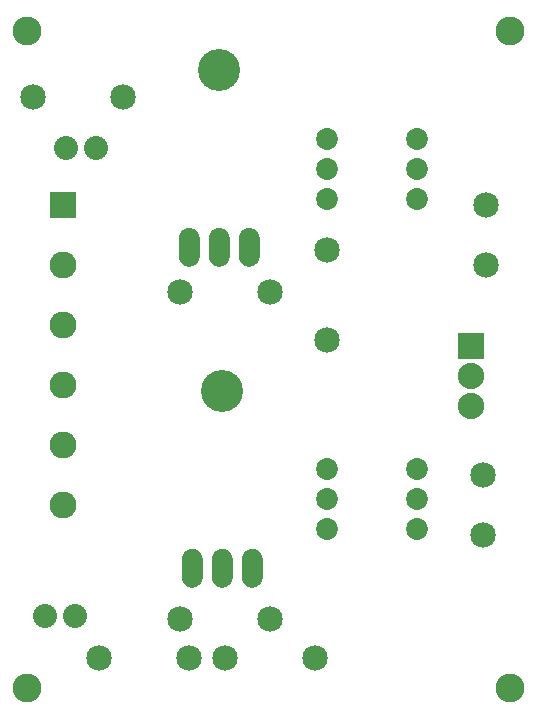
<source format=gts>
G04 MADE WITH FRITZING*
G04 WWW.FRITZING.ORG*
G04 DOUBLE SIDED*
G04 HOLES PLATED*
G04 CONTOUR ON CENTER OF CONTOUR VECTOR*
%ASAXBY*%
%FSLAX23Y23*%
%MOIN*%
%OFA0B0*%
%SFA1.0B1.0*%
%ADD10C,0.070000*%
%ADD11C,0.140000*%
%ADD12C,0.088000*%
%ADD13C,0.090000*%
%ADD14C,0.073000*%
%ADD15C,0.096614*%
%ADD16C,0.085000*%
%ADD17C,0.080000*%
%ADD18R,0.088000X0.088000*%
%ADD19R,0.090000X0.090000*%
%ADD20R,0.001000X0.001000*%
%LNMASK1*%
G90*
G70*
G54D10*
X636Y485D03*
X736Y485D03*
X836Y485D03*
G54D11*
X736Y1075D03*
G54D10*
X636Y485D03*
X736Y485D03*
X836Y485D03*
G54D11*
X736Y1075D03*
G54D10*
X626Y1555D03*
X726Y1555D03*
X826Y1555D03*
G54D11*
X726Y2145D03*
G54D10*
X626Y1555D03*
X726Y1555D03*
X826Y1555D03*
G54D11*
X726Y2145D03*
G54D12*
X1566Y1225D03*
X1566Y1125D03*
X1566Y1025D03*
G54D13*
X206Y1695D03*
X206Y1495D03*
X206Y1295D03*
X206Y1095D03*
X206Y895D03*
X206Y695D03*
G54D14*
X1386Y1715D03*
X1386Y1815D03*
X1386Y1915D03*
X1086Y1915D03*
X1086Y1815D03*
X1086Y1715D03*
X1386Y1715D03*
X1386Y1815D03*
X1386Y1915D03*
X1086Y1915D03*
X1086Y1815D03*
X1086Y1715D03*
X1386Y615D03*
X1386Y715D03*
X1386Y815D03*
X1086Y815D03*
X1086Y715D03*
X1086Y615D03*
X1386Y615D03*
X1386Y715D03*
X1386Y815D03*
X1086Y815D03*
X1086Y715D03*
X1086Y615D03*
G54D15*
X86Y85D03*
X1696Y85D03*
X1696Y2275D03*
X86Y2275D03*
G54D16*
X746Y185D03*
X1046Y185D03*
X1606Y595D03*
X1606Y795D03*
X1616Y1495D03*
X1616Y1695D03*
X1086Y1245D03*
X1086Y1545D03*
X106Y2055D03*
X406Y2055D03*
G54D17*
X216Y1885D03*
X316Y1885D03*
X146Y325D03*
X246Y325D03*
G54D16*
X326Y185D03*
X626Y185D03*
X596Y315D03*
X896Y315D03*
X596Y1405D03*
X896Y1405D03*
G54D18*
X1566Y1225D03*
G54D19*
X206Y1695D03*
G54D20*
X624Y1620D02*
X627Y1620D01*
X724Y1620D02*
X727Y1620D01*
X824Y1620D02*
X827Y1620D01*
X618Y1619D02*
X633Y1619D01*
X718Y1619D02*
X733Y1619D01*
X818Y1619D02*
X833Y1619D01*
X615Y1618D02*
X636Y1618D01*
X715Y1618D02*
X736Y1618D01*
X815Y1618D02*
X836Y1618D01*
X612Y1617D02*
X639Y1617D01*
X712Y1617D02*
X739Y1617D01*
X812Y1617D02*
X839Y1617D01*
X610Y1616D02*
X641Y1616D01*
X710Y1616D02*
X741Y1616D01*
X810Y1616D02*
X841Y1616D01*
X608Y1615D02*
X643Y1615D01*
X708Y1615D02*
X743Y1615D01*
X808Y1615D02*
X843Y1615D01*
X607Y1614D02*
X644Y1614D01*
X707Y1614D02*
X744Y1614D01*
X807Y1614D02*
X844Y1614D01*
X606Y1613D02*
X646Y1613D01*
X705Y1613D02*
X745Y1613D01*
X805Y1613D02*
X845Y1613D01*
X604Y1612D02*
X647Y1612D01*
X704Y1612D02*
X747Y1612D01*
X804Y1612D02*
X847Y1612D01*
X603Y1611D02*
X648Y1611D01*
X703Y1611D02*
X748Y1611D01*
X803Y1611D02*
X848Y1611D01*
X602Y1610D02*
X649Y1610D01*
X702Y1610D02*
X749Y1610D01*
X802Y1610D02*
X849Y1610D01*
X601Y1609D02*
X650Y1609D01*
X701Y1609D02*
X750Y1609D01*
X801Y1609D02*
X850Y1609D01*
X600Y1608D02*
X651Y1608D01*
X700Y1608D02*
X751Y1608D01*
X800Y1608D02*
X851Y1608D01*
X599Y1607D02*
X652Y1607D01*
X699Y1607D02*
X752Y1607D01*
X799Y1607D02*
X852Y1607D01*
X598Y1606D02*
X653Y1606D01*
X698Y1606D02*
X753Y1606D01*
X798Y1606D02*
X853Y1606D01*
X598Y1605D02*
X653Y1605D01*
X698Y1605D02*
X753Y1605D01*
X798Y1605D02*
X853Y1605D01*
X597Y1604D02*
X654Y1604D01*
X697Y1604D02*
X754Y1604D01*
X797Y1604D02*
X854Y1604D01*
X596Y1603D02*
X655Y1603D01*
X696Y1603D02*
X755Y1603D01*
X796Y1603D02*
X855Y1603D01*
X596Y1602D02*
X655Y1602D01*
X696Y1602D02*
X755Y1602D01*
X796Y1602D02*
X855Y1602D01*
X595Y1601D02*
X656Y1601D01*
X695Y1601D02*
X756Y1601D01*
X795Y1601D02*
X856Y1601D01*
X595Y1600D02*
X656Y1600D01*
X695Y1600D02*
X756Y1600D01*
X795Y1600D02*
X856Y1600D01*
X594Y1599D02*
X657Y1599D01*
X694Y1599D02*
X757Y1599D01*
X794Y1599D02*
X857Y1599D01*
X594Y1598D02*
X657Y1598D01*
X694Y1598D02*
X757Y1598D01*
X794Y1598D02*
X857Y1598D01*
X593Y1597D02*
X658Y1597D01*
X693Y1597D02*
X758Y1597D01*
X793Y1597D02*
X858Y1597D01*
X593Y1596D02*
X658Y1596D01*
X693Y1596D02*
X758Y1596D01*
X793Y1596D02*
X858Y1596D01*
X593Y1595D02*
X658Y1595D01*
X693Y1595D02*
X758Y1595D01*
X793Y1595D02*
X858Y1595D01*
X592Y1594D02*
X659Y1594D01*
X692Y1594D02*
X759Y1594D01*
X792Y1594D02*
X859Y1594D01*
X592Y1593D02*
X659Y1593D01*
X692Y1593D02*
X759Y1593D01*
X792Y1593D02*
X859Y1593D01*
X592Y1592D02*
X659Y1592D01*
X692Y1592D02*
X759Y1592D01*
X792Y1592D02*
X859Y1592D01*
X592Y1591D02*
X659Y1591D01*
X692Y1591D02*
X759Y1591D01*
X792Y1591D02*
X859Y1591D01*
X591Y1590D02*
X660Y1590D01*
X691Y1590D02*
X760Y1590D01*
X791Y1590D02*
X860Y1590D01*
X591Y1589D02*
X660Y1589D01*
X691Y1589D02*
X760Y1589D01*
X791Y1589D02*
X860Y1589D01*
X591Y1588D02*
X660Y1588D01*
X691Y1588D02*
X760Y1588D01*
X791Y1588D02*
X860Y1588D01*
X591Y1587D02*
X660Y1587D01*
X691Y1587D02*
X760Y1587D01*
X791Y1587D02*
X860Y1587D01*
X591Y1586D02*
X660Y1586D01*
X691Y1586D02*
X760Y1586D01*
X791Y1586D02*
X860Y1586D01*
X591Y1585D02*
X660Y1585D01*
X691Y1585D02*
X760Y1585D01*
X791Y1585D02*
X860Y1585D01*
X591Y1584D02*
X660Y1584D01*
X691Y1584D02*
X760Y1584D01*
X791Y1584D02*
X860Y1584D01*
X591Y1583D02*
X660Y1583D01*
X691Y1583D02*
X760Y1583D01*
X791Y1583D02*
X860Y1583D01*
X591Y1582D02*
X660Y1582D01*
X691Y1582D02*
X760Y1582D01*
X791Y1582D02*
X860Y1582D01*
X591Y1581D02*
X660Y1581D01*
X691Y1581D02*
X760Y1581D01*
X791Y1581D02*
X860Y1581D01*
X591Y1580D02*
X660Y1580D01*
X691Y1580D02*
X760Y1580D01*
X791Y1580D02*
X860Y1580D01*
X591Y1579D02*
X660Y1579D01*
X691Y1579D02*
X760Y1579D01*
X791Y1579D02*
X860Y1579D01*
X591Y1578D02*
X660Y1578D01*
X691Y1578D02*
X760Y1578D01*
X791Y1578D02*
X860Y1578D01*
X591Y1577D02*
X660Y1577D01*
X691Y1577D02*
X760Y1577D01*
X791Y1577D02*
X860Y1577D01*
X591Y1576D02*
X660Y1576D01*
X691Y1576D02*
X760Y1576D01*
X791Y1576D02*
X860Y1576D01*
X591Y1575D02*
X660Y1575D01*
X691Y1575D02*
X760Y1575D01*
X791Y1575D02*
X860Y1575D01*
X591Y1574D02*
X660Y1574D01*
X691Y1574D02*
X760Y1574D01*
X791Y1574D02*
X860Y1574D01*
X591Y1573D02*
X660Y1573D01*
X691Y1573D02*
X760Y1573D01*
X791Y1573D02*
X860Y1573D01*
X591Y1572D02*
X660Y1572D01*
X691Y1572D02*
X760Y1572D01*
X791Y1572D02*
X860Y1572D01*
X591Y1571D02*
X660Y1571D01*
X691Y1571D02*
X760Y1571D01*
X791Y1571D02*
X860Y1571D01*
X591Y1570D02*
X624Y1570D01*
X627Y1570D02*
X660Y1570D01*
X691Y1570D02*
X724Y1570D01*
X727Y1570D02*
X760Y1570D01*
X791Y1570D02*
X824Y1570D01*
X827Y1570D02*
X860Y1570D01*
X591Y1569D02*
X619Y1569D01*
X632Y1569D02*
X660Y1569D01*
X691Y1569D02*
X719Y1569D01*
X732Y1569D02*
X760Y1569D01*
X791Y1569D02*
X819Y1569D01*
X832Y1569D02*
X860Y1569D01*
X591Y1568D02*
X617Y1568D01*
X634Y1568D02*
X660Y1568D01*
X691Y1568D02*
X717Y1568D01*
X734Y1568D02*
X760Y1568D01*
X791Y1568D02*
X817Y1568D01*
X834Y1568D02*
X860Y1568D01*
X591Y1567D02*
X615Y1567D01*
X636Y1567D02*
X660Y1567D01*
X691Y1567D02*
X715Y1567D01*
X736Y1567D02*
X760Y1567D01*
X791Y1567D02*
X815Y1567D01*
X836Y1567D02*
X860Y1567D01*
X591Y1566D02*
X614Y1566D01*
X637Y1566D02*
X660Y1566D01*
X691Y1566D02*
X714Y1566D01*
X737Y1566D02*
X760Y1566D01*
X791Y1566D02*
X814Y1566D01*
X837Y1566D02*
X860Y1566D01*
X591Y1565D02*
X613Y1565D01*
X638Y1565D02*
X660Y1565D01*
X691Y1565D02*
X713Y1565D01*
X738Y1565D02*
X760Y1565D01*
X791Y1565D02*
X813Y1565D01*
X838Y1565D02*
X860Y1565D01*
X591Y1564D02*
X613Y1564D01*
X638Y1564D02*
X660Y1564D01*
X691Y1564D02*
X713Y1564D01*
X738Y1564D02*
X760Y1564D01*
X791Y1564D02*
X813Y1564D01*
X838Y1564D02*
X860Y1564D01*
X591Y1563D02*
X612Y1563D01*
X639Y1563D02*
X660Y1563D01*
X691Y1563D02*
X712Y1563D01*
X739Y1563D02*
X760Y1563D01*
X791Y1563D02*
X812Y1563D01*
X839Y1563D02*
X860Y1563D01*
X591Y1562D02*
X611Y1562D01*
X640Y1562D02*
X660Y1562D01*
X691Y1562D02*
X711Y1562D01*
X740Y1562D02*
X760Y1562D01*
X791Y1562D02*
X811Y1562D01*
X839Y1562D02*
X860Y1562D01*
X591Y1561D02*
X611Y1561D01*
X640Y1561D02*
X660Y1561D01*
X691Y1561D02*
X711Y1561D01*
X740Y1561D02*
X760Y1561D01*
X791Y1561D02*
X811Y1561D01*
X840Y1561D02*
X860Y1561D01*
X591Y1560D02*
X611Y1560D01*
X640Y1560D02*
X660Y1560D01*
X691Y1560D02*
X711Y1560D01*
X740Y1560D02*
X760Y1560D01*
X791Y1560D02*
X811Y1560D01*
X840Y1560D02*
X860Y1560D01*
X591Y1559D02*
X610Y1559D01*
X641Y1559D02*
X660Y1559D01*
X691Y1559D02*
X710Y1559D01*
X741Y1559D02*
X760Y1559D01*
X791Y1559D02*
X810Y1559D01*
X840Y1559D02*
X860Y1559D01*
X591Y1558D02*
X610Y1558D01*
X641Y1558D02*
X660Y1558D01*
X691Y1558D02*
X710Y1558D01*
X741Y1558D02*
X760Y1558D01*
X791Y1558D02*
X810Y1558D01*
X841Y1558D02*
X860Y1558D01*
X591Y1557D02*
X610Y1557D01*
X641Y1557D02*
X660Y1557D01*
X691Y1557D02*
X710Y1557D01*
X741Y1557D02*
X760Y1557D01*
X791Y1557D02*
X810Y1557D01*
X841Y1557D02*
X860Y1557D01*
X591Y1556D02*
X610Y1556D01*
X641Y1556D02*
X660Y1556D01*
X691Y1556D02*
X710Y1556D01*
X741Y1556D02*
X760Y1556D01*
X791Y1556D02*
X810Y1556D01*
X841Y1556D02*
X860Y1556D01*
X591Y1555D02*
X610Y1555D01*
X641Y1555D02*
X660Y1555D01*
X691Y1555D02*
X710Y1555D01*
X741Y1555D02*
X760Y1555D01*
X791Y1555D02*
X810Y1555D01*
X841Y1555D02*
X860Y1555D01*
X591Y1554D02*
X610Y1554D01*
X641Y1554D02*
X660Y1554D01*
X691Y1554D02*
X710Y1554D01*
X741Y1554D02*
X760Y1554D01*
X791Y1554D02*
X810Y1554D01*
X841Y1554D02*
X860Y1554D01*
X591Y1553D02*
X610Y1553D01*
X641Y1553D02*
X660Y1553D01*
X691Y1553D02*
X710Y1553D01*
X741Y1553D02*
X760Y1553D01*
X791Y1553D02*
X810Y1553D01*
X841Y1553D02*
X860Y1553D01*
X591Y1552D02*
X610Y1552D01*
X641Y1552D02*
X660Y1552D01*
X691Y1552D02*
X710Y1552D01*
X741Y1552D02*
X760Y1552D01*
X791Y1552D02*
X810Y1552D01*
X841Y1552D02*
X860Y1552D01*
X591Y1551D02*
X611Y1551D01*
X641Y1551D02*
X660Y1551D01*
X691Y1551D02*
X711Y1551D01*
X740Y1551D02*
X760Y1551D01*
X791Y1551D02*
X810Y1551D01*
X840Y1551D02*
X860Y1551D01*
X591Y1550D02*
X611Y1550D01*
X640Y1550D02*
X660Y1550D01*
X691Y1550D02*
X711Y1550D01*
X740Y1550D02*
X760Y1550D01*
X791Y1550D02*
X811Y1550D01*
X840Y1550D02*
X860Y1550D01*
X591Y1549D02*
X611Y1549D01*
X640Y1549D02*
X660Y1549D01*
X691Y1549D02*
X711Y1549D01*
X740Y1549D02*
X760Y1549D01*
X791Y1549D02*
X811Y1549D01*
X840Y1549D02*
X860Y1549D01*
X591Y1548D02*
X612Y1548D01*
X639Y1548D02*
X660Y1548D01*
X691Y1548D02*
X712Y1548D01*
X739Y1548D02*
X760Y1548D01*
X791Y1548D02*
X812Y1548D01*
X839Y1548D02*
X860Y1548D01*
X591Y1547D02*
X612Y1547D01*
X639Y1547D02*
X660Y1547D01*
X691Y1547D02*
X712Y1547D01*
X739Y1547D02*
X760Y1547D01*
X791Y1547D02*
X812Y1547D01*
X839Y1547D02*
X860Y1547D01*
X591Y1546D02*
X613Y1546D01*
X638Y1546D02*
X660Y1546D01*
X691Y1546D02*
X713Y1546D01*
X738Y1546D02*
X760Y1546D01*
X791Y1546D02*
X813Y1546D01*
X838Y1546D02*
X860Y1546D01*
X591Y1545D02*
X614Y1545D01*
X638Y1545D02*
X660Y1545D01*
X691Y1545D02*
X714Y1545D01*
X737Y1545D02*
X760Y1545D01*
X791Y1545D02*
X813Y1545D01*
X837Y1545D02*
X860Y1545D01*
X591Y1544D02*
X614Y1544D01*
X637Y1544D02*
X660Y1544D01*
X691Y1544D02*
X714Y1544D01*
X737Y1544D02*
X760Y1544D01*
X791Y1544D02*
X814Y1544D01*
X837Y1544D02*
X860Y1544D01*
X591Y1543D02*
X616Y1543D01*
X635Y1543D02*
X660Y1543D01*
X691Y1543D02*
X716Y1543D01*
X735Y1543D02*
X760Y1543D01*
X791Y1543D02*
X816Y1543D01*
X835Y1543D02*
X860Y1543D01*
X591Y1542D02*
X617Y1542D01*
X634Y1542D02*
X660Y1542D01*
X691Y1542D02*
X717Y1542D01*
X734Y1542D02*
X760Y1542D01*
X791Y1542D02*
X817Y1542D01*
X834Y1542D02*
X860Y1542D01*
X591Y1541D02*
X620Y1541D01*
X631Y1541D02*
X660Y1541D01*
X691Y1541D02*
X720Y1541D01*
X731Y1541D02*
X760Y1541D01*
X791Y1541D02*
X820Y1541D01*
X831Y1541D02*
X860Y1541D01*
X591Y1540D02*
X660Y1540D01*
X691Y1540D02*
X760Y1540D01*
X791Y1540D02*
X860Y1540D01*
X591Y1539D02*
X660Y1539D01*
X691Y1539D02*
X760Y1539D01*
X791Y1539D02*
X860Y1539D01*
X591Y1538D02*
X660Y1538D01*
X691Y1538D02*
X760Y1538D01*
X791Y1538D02*
X860Y1538D01*
X591Y1537D02*
X660Y1537D01*
X691Y1537D02*
X760Y1537D01*
X791Y1537D02*
X860Y1537D01*
X591Y1536D02*
X660Y1536D01*
X691Y1536D02*
X760Y1536D01*
X791Y1536D02*
X860Y1536D01*
X591Y1535D02*
X660Y1535D01*
X691Y1535D02*
X760Y1535D01*
X791Y1535D02*
X860Y1535D01*
X591Y1534D02*
X660Y1534D01*
X691Y1534D02*
X760Y1534D01*
X791Y1534D02*
X860Y1534D01*
X591Y1533D02*
X660Y1533D01*
X691Y1533D02*
X760Y1533D01*
X791Y1533D02*
X860Y1533D01*
X591Y1532D02*
X660Y1532D01*
X691Y1532D02*
X760Y1532D01*
X791Y1532D02*
X860Y1532D01*
X591Y1531D02*
X660Y1531D01*
X691Y1531D02*
X760Y1531D01*
X791Y1531D02*
X860Y1531D01*
X591Y1530D02*
X660Y1530D01*
X691Y1530D02*
X760Y1530D01*
X791Y1530D02*
X860Y1530D01*
X591Y1529D02*
X660Y1529D01*
X691Y1529D02*
X760Y1529D01*
X791Y1529D02*
X860Y1529D01*
X591Y1528D02*
X660Y1528D01*
X691Y1528D02*
X760Y1528D01*
X791Y1528D02*
X860Y1528D01*
X591Y1527D02*
X660Y1527D01*
X691Y1527D02*
X760Y1527D01*
X791Y1527D02*
X860Y1527D01*
X591Y1526D02*
X660Y1526D01*
X691Y1526D02*
X760Y1526D01*
X791Y1526D02*
X860Y1526D01*
X591Y1525D02*
X660Y1525D01*
X691Y1525D02*
X760Y1525D01*
X791Y1525D02*
X860Y1525D01*
X591Y1524D02*
X660Y1524D01*
X691Y1524D02*
X760Y1524D01*
X791Y1524D02*
X860Y1524D01*
X591Y1523D02*
X660Y1523D01*
X691Y1523D02*
X760Y1523D01*
X791Y1523D02*
X860Y1523D01*
X591Y1522D02*
X660Y1522D01*
X691Y1522D02*
X760Y1522D01*
X791Y1522D02*
X860Y1522D01*
X591Y1521D02*
X660Y1521D01*
X691Y1521D02*
X760Y1521D01*
X791Y1521D02*
X860Y1521D01*
X591Y1520D02*
X660Y1520D01*
X691Y1520D02*
X760Y1520D01*
X791Y1520D02*
X859Y1520D01*
X592Y1519D02*
X659Y1519D01*
X692Y1519D02*
X759Y1519D01*
X792Y1519D02*
X859Y1519D01*
X592Y1518D02*
X659Y1518D01*
X692Y1518D02*
X759Y1518D01*
X792Y1518D02*
X859Y1518D01*
X592Y1517D02*
X659Y1517D01*
X692Y1517D02*
X759Y1517D01*
X792Y1517D02*
X859Y1517D01*
X592Y1516D02*
X659Y1516D01*
X692Y1516D02*
X759Y1516D01*
X792Y1516D02*
X859Y1516D01*
X593Y1515D02*
X658Y1515D01*
X693Y1515D02*
X758Y1515D01*
X793Y1515D02*
X858Y1515D01*
X593Y1514D02*
X658Y1514D01*
X693Y1514D02*
X758Y1514D01*
X793Y1514D02*
X858Y1514D01*
X593Y1513D02*
X658Y1513D01*
X693Y1513D02*
X758Y1513D01*
X793Y1513D02*
X858Y1513D01*
X594Y1512D02*
X657Y1512D01*
X694Y1512D02*
X757Y1512D01*
X794Y1512D02*
X857Y1512D01*
X594Y1511D02*
X657Y1511D01*
X694Y1511D02*
X757Y1511D01*
X794Y1511D02*
X857Y1511D01*
X595Y1510D02*
X656Y1510D01*
X695Y1510D02*
X756Y1510D01*
X795Y1510D02*
X856Y1510D01*
X595Y1509D02*
X656Y1509D01*
X695Y1509D02*
X756Y1509D01*
X795Y1509D02*
X856Y1509D01*
X596Y1508D02*
X655Y1508D01*
X696Y1508D02*
X755Y1508D01*
X796Y1508D02*
X855Y1508D01*
X596Y1507D02*
X655Y1507D01*
X696Y1507D02*
X755Y1507D01*
X796Y1507D02*
X855Y1507D01*
X597Y1506D02*
X654Y1506D01*
X697Y1506D02*
X754Y1506D01*
X797Y1506D02*
X854Y1506D01*
X598Y1505D02*
X653Y1505D01*
X698Y1505D02*
X753Y1505D01*
X798Y1505D02*
X853Y1505D01*
X599Y1504D02*
X652Y1504D01*
X699Y1504D02*
X752Y1504D01*
X799Y1504D02*
X852Y1504D01*
X599Y1503D02*
X652Y1503D01*
X699Y1503D02*
X752Y1503D01*
X799Y1503D02*
X852Y1503D01*
X600Y1502D02*
X651Y1502D01*
X700Y1502D02*
X751Y1502D01*
X800Y1502D02*
X851Y1502D01*
X601Y1501D02*
X650Y1501D01*
X701Y1501D02*
X750Y1501D01*
X801Y1501D02*
X850Y1501D01*
X602Y1500D02*
X649Y1500D01*
X702Y1500D02*
X749Y1500D01*
X802Y1500D02*
X849Y1500D01*
X603Y1499D02*
X648Y1499D01*
X703Y1499D02*
X748Y1499D01*
X803Y1499D02*
X848Y1499D01*
X604Y1498D02*
X647Y1498D01*
X704Y1498D02*
X747Y1498D01*
X804Y1498D02*
X846Y1498D01*
X606Y1497D02*
X645Y1497D01*
X706Y1497D02*
X745Y1497D01*
X806Y1497D02*
X845Y1497D01*
X607Y1496D02*
X644Y1496D01*
X707Y1496D02*
X744Y1496D01*
X807Y1496D02*
X844Y1496D01*
X609Y1495D02*
X642Y1495D01*
X709Y1495D02*
X742Y1495D01*
X809Y1495D02*
X842Y1495D01*
X611Y1494D02*
X640Y1494D01*
X711Y1494D02*
X740Y1494D01*
X811Y1494D02*
X840Y1494D01*
X613Y1493D02*
X638Y1493D01*
X713Y1493D02*
X738Y1493D01*
X813Y1493D02*
X838Y1493D01*
X615Y1492D02*
X636Y1492D01*
X715Y1492D02*
X736Y1492D01*
X815Y1492D02*
X836Y1492D01*
X619Y1491D02*
X632Y1491D01*
X719Y1491D02*
X732Y1491D01*
X819Y1491D02*
X832Y1491D01*
X633Y550D02*
X638Y550D01*
X733Y550D02*
X738Y550D01*
X833Y550D02*
X838Y550D01*
X627Y549D02*
X644Y549D01*
X727Y549D02*
X744Y549D01*
X827Y549D02*
X843Y549D01*
X624Y548D02*
X647Y548D01*
X724Y548D02*
X747Y548D01*
X824Y548D02*
X847Y548D01*
X622Y547D02*
X649Y547D01*
X722Y547D02*
X749Y547D01*
X822Y547D02*
X849Y547D01*
X620Y546D02*
X651Y546D01*
X720Y546D02*
X751Y546D01*
X820Y546D02*
X851Y546D01*
X618Y545D02*
X653Y545D01*
X718Y545D02*
X753Y545D01*
X818Y545D02*
X853Y545D01*
X617Y544D02*
X654Y544D01*
X717Y544D02*
X754Y544D01*
X817Y544D02*
X854Y544D01*
X615Y543D02*
X656Y543D01*
X715Y543D02*
X756Y543D01*
X815Y543D02*
X856Y543D01*
X614Y542D02*
X657Y542D01*
X714Y542D02*
X757Y542D01*
X814Y542D02*
X857Y542D01*
X613Y541D02*
X658Y541D01*
X713Y541D02*
X758Y541D01*
X813Y541D02*
X858Y541D01*
X612Y540D02*
X659Y540D01*
X712Y540D02*
X759Y540D01*
X812Y540D02*
X859Y540D01*
X611Y539D02*
X660Y539D01*
X711Y539D02*
X760Y539D01*
X811Y539D02*
X860Y539D01*
X610Y538D02*
X661Y538D01*
X710Y538D02*
X761Y538D01*
X810Y538D02*
X861Y538D01*
X609Y537D02*
X662Y537D01*
X709Y537D02*
X762Y537D01*
X809Y537D02*
X862Y537D01*
X608Y536D02*
X663Y536D01*
X708Y536D02*
X763Y536D01*
X808Y536D02*
X863Y536D01*
X608Y535D02*
X663Y535D01*
X708Y535D02*
X763Y535D01*
X808Y535D02*
X863Y535D01*
X607Y534D02*
X664Y534D01*
X707Y534D02*
X764Y534D01*
X807Y534D02*
X864Y534D01*
X606Y533D02*
X665Y533D01*
X706Y533D02*
X765Y533D01*
X806Y533D02*
X865Y533D01*
X606Y532D02*
X665Y532D01*
X706Y532D02*
X765Y532D01*
X806Y532D02*
X865Y532D01*
X605Y531D02*
X666Y531D01*
X705Y531D02*
X766Y531D01*
X805Y531D02*
X866Y531D01*
X605Y530D02*
X666Y530D01*
X705Y530D02*
X766Y530D01*
X805Y530D02*
X866Y530D01*
X604Y529D02*
X667Y529D01*
X704Y529D02*
X767Y529D01*
X804Y529D02*
X867Y529D01*
X604Y528D02*
X667Y528D01*
X704Y528D02*
X767Y528D01*
X804Y528D02*
X867Y528D01*
X603Y527D02*
X668Y527D01*
X703Y527D02*
X768Y527D01*
X803Y527D02*
X868Y527D01*
X603Y526D02*
X668Y526D01*
X703Y526D02*
X768Y526D01*
X803Y526D02*
X868Y526D01*
X603Y525D02*
X668Y525D01*
X703Y525D02*
X768Y525D01*
X802Y525D02*
X868Y525D01*
X602Y524D02*
X669Y524D01*
X702Y524D02*
X769Y524D01*
X802Y524D02*
X869Y524D01*
X602Y523D02*
X669Y523D01*
X702Y523D02*
X769Y523D01*
X802Y523D02*
X869Y523D01*
X602Y522D02*
X669Y522D01*
X702Y522D02*
X769Y522D01*
X802Y522D02*
X869Y522D01*
X602Y521D02*
X669Y521D01*
X702Y521D02*
X769Y521D01*
X802Y521D02*
X869Y521D01*
X601Y520D02*
X670Y520D01*
X701Y520D02*
X770Y520D01*
X801Y520D02*
X870Y520D01*
X601Y519D02*
X670Y519D01*
X701Y519D02*
X770Y519D01*
X801Y519D02*
X870Y519D01*
X601Y518D02*
X670Y518D01*
X701Y518D02*
X770Y518D01*
X801Y518D02*
X870Y518D01*
X601Y517D02*
X670Y517D01*
X701Y517D02*
X770Y517D01*
X801Y517D02*
X870Y517D01*
X601Y516D02*
X670Y516D01*
X701Y516D02*
X770Y516D01*
X801Y516D02*
X870Y516D01*
X601Y515D02*
X670Y515D01*
X701Y515D02*
X770Y515D01*
X801Y515D02*
X870Y515D01*
X601Y514D02*
X670Y514D01*
X701Y514D02*
X770Y514D01*
X801Y514D02*
X870Y514D01*
X601Y513D02*
X670Y513D01*
X701Y513D02*
X770Y513D01*
X801Y513D02*
X870Y513D01*
X601Y512D02*
X670Y512D01*
X701Y512D02*
X770Y512D01*
X801Y512D02*
X870Y512D01*
X601Y511D02*
X670Y511D01*
X701Y511D02*
X770Y511D01*
X801Y511D02*
X870Y511D01*
X601Y510D02*
X670Y510D01*
X701Y510D02*
X770Y510D01*
X801Y510D02*
X870Y510D01*
X601Y509D02*
X670Y509D01*
X701Y509D02*
X770Y509D01*
X801Y509D02*
X870Y509D01*
X601Y508D02*
X670Y508D01*
X701Y508D02*
X770Y508D01*
X801Y508D02*
X870Y508D01*
X601Y507D02*
X670Y507D01*
X701Y507D02*
X770Y507D01*
X801Y507D02*
X870Y507D01*
X601Y506D02*
X670Y506D01*
X701Y506D02*
X770Y506D01*
X801Y506D02*
X870Y506D01*
X601Y505D02*
X670Y505D01*
X701Y505D02*
X770Y505D01*
X801Y505D02*
X870Y505D01*
X601Y504D02*
X670Y504D01*
X701Y504D02*
X770Y504D01*
X801Y504D02*
X870Y504D01*
X601Y503D02*
X670Y503D01*
X701Y503D02*
X770Y503D01*
X801Y503D02*
X870Y503D01*
X601Y502D02*
X670Y502D01*
X701Y502D02*
X770Y502D01*
X801Y502D02*
X870Y502D01*
X601Y501D02*
X670Y501D01*
X701Y501D02*
X770Y501D01*
X801Y501D02*
X870Y501D01*
X601Y500D02*
X633Y500D01*
X638Y500D02*
X670Y500D01*
X701Y500D02*
X733Y500D01*
X738Y500D02*
X770Y500D01*
X801Y500D02*
X833Y500D01*
X838Y500D02*
X870Y500D01*
X601Y499D02*
X629Y499D01*
X642Y499D02*
X670Y499D01*
X701Y499D02*
X729Y499D01*
X742Y499D02*
X770Y499D01*
X801Y499D02*
X829Y499D01*
X842Y499D02*
X870Y499D01*
X601Y498D02*
X627Y498D01*
X644Y498D02*
X670Y498D01*
X701Y498D02*
X727Y498D01*
X744Y498D02*
X770Y498D01*
X801Y498D02*
X827Y498D01*
X844Y498D02*
X870Y498D01*
X601Y497D02*
X625Y497D01*
X646Y497D02*
X670Y497D01*
X701Y497D02*
X725Y497D01*
X746Y497D02*
X770Y497D01*
X801Y497D02*
X825Y497D01*
X846Y497D02*
X870Y497D01*
X601Y496D02*
X624Y496D01*
X647Y496D02*
X670Y496D01*
X701Y496D02*
X724Y496D01*
X747Y496D02*
X770Y496D01*
X801Y496D02*
X824Y496D01*
X847Y496D02*
X870Y496D01*
X601Y495D02*
X623Y495D01*
X648Y495D02*
X670Y495D01*
X701Y495D02*
X723Y495D01*
X748Y495D02*
X770Y495D01*
X801Y495D02*
X823Y495D01*
X848Y495D02*
X870Y495D01*
X601Y494D02*
X623Y494D01*
X649Y494D02*
X670Y494D01*
X701Y494D02*
X722Y494D01*
X748Y494D02*
X770Y494D01*
X801Y494D02*
X822Y494D01*
X848Y494D02*
X870Y494D01*
X601Y493D02*
X622Y493D01*
X649Y493D02*
X670Y493D01*
X701Y493D02*
X722Y493D01*
X749Y493D02*
X770Y493D01*
X801Y493D02*
X822Y493D01*
X849Y493D02*
X870Y493D01*
X601Y492D02*
X621Y492D01*
X650Y492D02*
X670Y492D01*
X701Y492D02*
X721Y492D01*
X750Y492D02*
X770Y492D01*
X801Y492D02*
X821Y492D01*
X850Y492D02*
X870Y492D01*
X601Y491D02*
X621Y491D01*
X650Y491D02*
X670Y491D01*
X701Y491D02*
X721Y491D01*
X750Y491D02*
X770Y491D01*
X801Y491D02*
X821Y491D01*
X850Y491D02*
X870Y491D01*
X601Y490D02*
X621Y490D01*
X650Y490D02*
X670Y490D01*
X701Y490D02*
X721Y490D01*
X750Y490D02*
X770Y490D01*
X801Y490D02*
X821Y490D01*
X850Y490D02*
X870Y490D01*
X601Y489D02*
X620Y489D01*
X651Y489D02*
X670Y489D01*
X701Y489D02*
X720Y489D01*
X751Y489D02*
X770Y489D01*
X801Y489D02*
X820Y489D01*
X851Y489D02*
X870Y489D01*
X601Y488D02*
X620Y488D01*
X651Y488D02*
X670Y488D01*
X701Y488D02*
X720Y488D01*
X751Y488D02*
X770Y488D01*
X801Y488D02*
X820Y488D01*
X851Y488D02*
X870Y488D01*
X601Y487D02*
X620Y487D01*
X651Y487D02*
X670Y487D01*
X701Y487D02*
X720Y487D01*
X751Y487D02*
X770Y487D01*
X801Y487D02*
X820Y487D01*
X851Y487D02*
X870Y487D01*
X601Y486D02*
X620Y486D01*
X651Y486D02*
X670Y486D01*
X701Y486D02*
X720Y486D01*
X751Y486D02*
X770Y486D01*
X801Y486D02*
X820Y486D01*
X851Y486D02*
X870Y486D01*
X601Y485D02*
X620Y485D01*
X651Y485D02*
X670Y485D01*
X701Y485D02*
X720Y485D01*
X751Y485D02*
X770Y485D01*
X801Y485D02*
X820Y485D01*
X851Y485D02*
X870Y485D01*
X601Y484D02*
X620Y484D01*
X651Y484D02*
X670Y484D01*
X701Y484D02*
X720Y484D01*
X751Y484D02*
X770Y484D01*
X801Y484D02*
X820Y484D01*
X851Y484D02*
X870Y484D01*
X601Y483D02*
X620Y483D01*
X651Y483D02*
X670Y483D01*
X701Y483D02*
X720Y483D01*
X751Y483D02*
X770Y483D01*
X801Y483D02*
X820Y483D01*
X851Y483D02*
X870Y483D01*
X601Y482D02*
X620Y482D01*
X651Y482D02*
X670Y482D01*
X701Y482D02*
X720Y482D01*
X751Y482D02*
X770Y482D01*
X801Y482D02*
X820Y482D01*
X851Y482D02*
X870Y482D01*
X601Y481D02*
X621Y481D01*
X650Y481D02*
X670Y481D01*
X701Y481D02*
X721Y481D01*
X750Y481D02*
X770Y481D01*
X801Y481D02*
X821Y481D01*
X850Y481D02*
X870Y481D01*
X601Y480D02*
X621Y480D01*
X650Y480D02*
X670Y480D01*
X701Y480D02*
X721Y480D01*
X750Y480D02*
X770Y480D01*
X801Y480D02*
X821Y480D01*
X850Y480D02*
X870Y480D01*
X601Y479D02*
X621Y479D01*
X650Y479D02*
X670Y479D01*
X701Y479D02*
X721Y479D01*
X750Y479D02*
X770Y479D01*
X801Y479D02*
X821Y479D01*
X850Y479D02*
X870Y479D01*
X601Y478D02*
X622Y478D01*
X649Y478D02*
X670Y478D01*
X701Y478D02*
X722Y478D01*
X749Y478D02*
X770Y478D01*
X801Y478D02*
X822Y478D01*
X849Y478D02*
X870Y478D01*
X601Y477D02*
X622Y477D01*
X649Y477D02*
X670Y477D01*
X701Y477D02*
X722Y477D01*
X749Y477D02*
X770Y477D01*
X801Y477D02*
X822Y477D01*
X849Y477D02*
X870Y477D01*
X601Y476D02*
X623Y476D01*
X648Y476D02*
X670Y476D01*
X701Y476D02*
X723Y476D01*
X748Y476D02*
X770Y476D01*
X801Y476D02*
X823Y476D01*
X848Y476D02*
X870Y476D01*
X601Y475D02*
X624Y475D01*
X647Y475D02*
X670Y475D01*
X701Y475D02*
X724Y475D01*
X747Y475D02*
X770Y475D01*
X801Y475D02*
X824Y475D01*
X847Y475D02*
X870Y475D01*
X601Y474D02*
X625Y474D01*
X646Y474D02*
X670Y474D01*
X701Y474D02*
X725Y474D01*
X746Y474D02*
X770Y474D01*
X801Y474D02*
X825Y474D01*
X846Y474D02*
X870Y474D01*
X601Y473D02*
X626Y473D01*
X645Y473D02*
X670Y473D01*
X701Y473D02*
X726Y473D01*
X745Y473D02*
X770Y473D01*
X801Y473D02*
X826Y473D01*
X845Y473D02*
X870Y473D01*
X601Y472D02*
X627Y472D01*
X644Y472D02*
X670Y472D01*
X701Y472D02*
X727Y472D01*
X744Y472D02*
X770Y472D01*
X801Y472D02*
X827Y472D01*
X843Y472D02*
X870Y472D01*
X601Y471D02*
X630Y471D01*
X641Y471D02*
X670Y471D01*
X701Y471D02*
X730Y471D01*
X741Y471D02*
X770Y471D01*
X801Y471D02*
X830Y471D01*
X841Y471D02*
X870Y471D01*
X601Y470D02*
X670Y470D01*
X701Y470D02*
X770Y470D01*
X801Y470D02*
X870Y470D01*
X601Y469D02*
X670Y469D01*
X701Y469D02*
X770Y469D01*
X801Y469D02*
X870Y469D01*
X601Y468D02*
X670Y468D01*
X701Y468D02*
X770Y468D01*
X801Y468D02*
X870Y468D01*
X601Y467D02*
X670Y467D01*
X701Y467D02*
X770Y467D01*
X801Y467D02*
X870Y467D01*
X601Y466D02*
X670Y466D01*
X701Y466D02*
X770Y466D01*
X801Y466D02*
X870Y466D01*
X601Y465D02*
X670Y465D01*
X701Y465D02*
X770Y465D01*
X801Y465D02*
X870Y465D01*
X601Y464D02*
X670Y464D01*
X701Y464D02*
X770Y464D01*
X801Y464D02*
X870Y464D01*
X601Y463D02*
X670Y463D01*
X701Y463D02*
X770Y463D01*
X801Y463D02*
X870Y463D01*
X601Y462D02*
X670Y462D01*
X701Y462D02*
X770Y462D01*
X801Y462D02*
X870Y462D01*
X601Y461D02*
X670Y461D01*
X701Y461D02*
X770Y461D01*
X801Y461D02*
X870Y461D01*
X601Y460D02*
X670Y460D01*
X701Y460D02*
X770Y460D01*
X801Y460D02*
X870Y460D01*
X601Y459D02*
X670Y459D01*
X701Y459D02*
X770Y459D01*
X801Y459D02*
X870Y459D01*
X601Y458D02*
X670Y458D01*
X701Y458D02*
X770Y458D01*
X801Y458D02*
X870Y458D01*
X601Y457D02*
X670Y457D01*
X701Y457D02*
X770Y457D01*
X801Y457D02*
X870Y457D01*
X601Y456D02*
X670Y456D01*
X701Y456D02*
X770Y456D01*
X801Y456D02*
X870Y456D01*
X601Y455D02*
X670Y455D01*
X701Y455D02*
X770Y455D01*
X801Y455D02*
X870Y455D01*
X601Y454D02*
X670Y454D01*
X701Y454D02*
X770Y454D01*
X801Y454D02*
X870Y454D01*
X601Y453D02*
X670Y453D01*
X701Y453D02*
X770Y453D01*
X801Y453D02*
X870Y453D01*
X601Y452D02*
X670Y452D01*
X701Y452D02*
X770Y452D01*
X801Y452D02*
X870Y452D01*
X601Y451D02*
X670Y451D01*
X701Y451D02*
X770Y451D01*
X801Y451D02*
X870Y451D01*
X602Y450D02*
X670Y450D01*
X701Y450D02*
X770Y450D01*
X801Y450D02*
X869Y450D01*
X602Y449D02*
X669Y449D01*
X702Y449D02*
X769Y449D01*
X802Y449D02*
X869Y449D01*
X602Y448D02*
X669Y448D01*
X702Y448D02*
X769Y448D01*
X802Y448D02*
X869Y448D01*
X602Y447D02*
X669Y447D01*
X702Y447D02*
X769Y447D01*
X802Y447D02*
X869Y447D01*
X602Y446D02*
X669Y446D01*
X702Y446D02*
X769Y446D01*
X802Y446D02*
X869Y446D01*
X603Y445D02*
X668Y445D01*
X703Y445D02*
X768Y445D01*
X803Y445D02*
X868Y445D01*
X603Y444D02*
X668Y444D01*
X703Y444D02*
X768Y444D01*
X803Y444D02*
X868Y444D01*
X603Y443D02*
X668Y443D01*
X703Y443D02*
X768Y443D01*
X803Y443D02*
X868Y443D01*
X604Y442D02*
X667Y442D01*
X704Y442D02*
X767Y442D01*
X804Y442D02*
X867Y442D01*
X604Y441D02*
X667Y441D01*
X704Y441D02*
X767Y441D01*
X804Y441D02*
X867Y441D01*
X605Y440D02*
X666Y440D01*
X705Y440D02*
X766Y440D01*
X805Y440D02*
X866Y440D01*
X605Y439D02*
X666Y439D01*
X705Y439D02*
X766Y439D01*
X805Y439D02*
X866Y439D01*
X606Y438D02*
X665Y438D01*
X706Y438D02*
X765Y438D01*
X806Y438D02*
X865Y438D01*
X607Y437D02*
X665Y437D01*
X706Y437D02*
X764Y437D01*
X806Y437D02*
X864Y437D01*
X607Y436D02*
X664Y436D01*
X707Y436D02*
X764Y436D01*
X807Y436D02*
X864Y436D01*
X608Y435D02*
X663Y435D01*
X708Y435D02*
X763Y435D01*
X808Y435D02*
X863Y435D01*
X609Y434D02*
X662Y434D01*
X709Y434D02*
X762Y434D01*
X809Y434D02*
X862Y434D01*
X609Y433D02*
X662Y433D01*
X709Y433D02*
X762Y433D01*
X809Y433D02*
X862Y433D01*
X610Y432D02*
X661Y432D01*
X710Y432D02*
X761Y432D01*
X810Y432D02*
X861Y432D01*
X611Y431D02*
X660Y431D01*
X711Y431D02*
X760Y431D01*
X811Y431D02*
X860Y431D01*
X612Y430D02*
X659Y430D01*
X712Y430D02*
X759Y430D01*
X812Y430D02*
X859Y430D01*
X613Y429D02*
X658Y429D01*
X713Y429D02*
X758Y429D01*
X813Y429D02*
X858Y429D01*
X615Y428D02*
X656Y428D01*
X715Y428D02*
X756Y428D01*
X815Y428D02*
X856Y428D01*
X616Y427D02*
X655Y427D01*
X716Y427D02*
X755Y427D01*
X816Y427D02*
X855Y427D01*
X617Y426D02*
X654Y426D01*
X717Y426D02*
X754Y426D01*
X817Y426D02*
X854Y426D01*
X619Y425D02*
X652Y425D01*
X719Y425D02*
X752Y425D01*
X819Y425D02*
X852Y425D01*
X621Y424D02*
X650Y424D01*
X721Y424D02*
X750Y424D01*
X821Y424D02*
X850Y424D01*
X623Y423D02*
X648Y423D01*
X723Y423D02*
X748Y423D01*
X823Y423D02*
X848Y423D01*
X625Y422D02*
X646Y422D01*
X725Y422D02*
X746Y422D01*
X825Y422D02*
X846Y422D01*
X629Y421D02*
X642Y421D01*
X729Y421D02*
X742Y421D01*
X829Y421D02*
X842Y421D01*
D02*
G04 End of Mask1*
M02*
</source>
